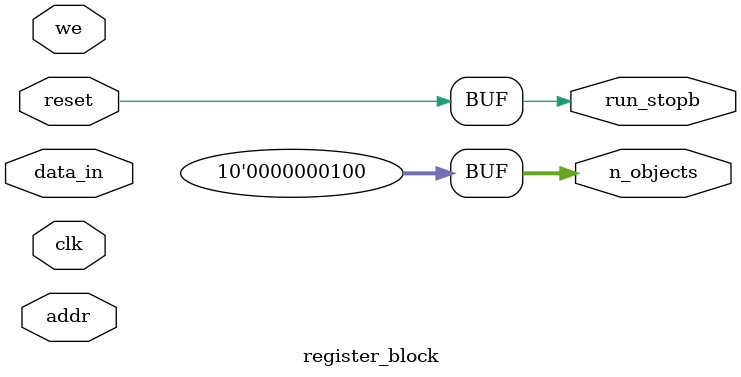
<source format=sv>
`timescale 1ns / 1ps

module register_block(
    input logic clk,
    input logic reset,
    input logic addr,
    input logic we,
    input logic [31:0] data_in,
    output logic [9:0] n_objects,
    output logic run_stopb
    );
    
    
    assign n_objects = 4;
    assign run_stopb = reset;
    
//    always_ff @(posedge clk) begin
//        if (we) begin
//            case (addr)
//                0: n_objects <= data_in[9:0];
//                1: run_stopb <= data_in[0];
//            endcase
//        end
//    end
endmodule

</source>
